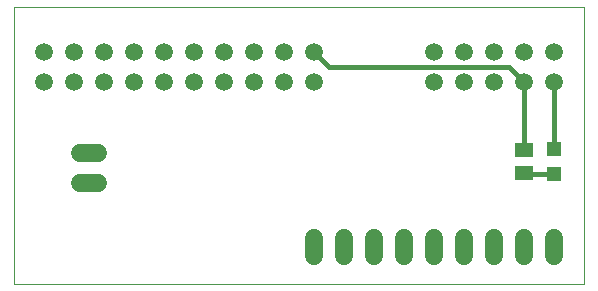
<source format=gtl>
G75*
%MOIN*%
%OFA0B0*%
%FSLAX25Y25*%
%IPPOS*%
%LPD*%
%AMOC8*
5,1,8,0,0,1.08239X$1,22.5*
%
%ADD10C,0.00000*%
%ADD11C,0.05906*%
%ADD12C,0.06000*%
%ADD13R,0.05906X0.05118*%
%ADD14R,0.04724X0.04724*%
%ADD15C,0.01600*%
D10*
X0010770Y0002000D02*
X0010770Y0094500D01*
X0200770Y0094500D01*
X0200770Y0002000D01*
X0010770Y0002000D01*
D11*
X0020770Y0069500D03*
X0030770Y0069500D03*
X0040770Y0069500D03*
X0050770Y0069500D03*
X0060770Y0069500D03*
X0070770Y0069500D03*
X0080770Y0069500D03*
X0090770Y0069500D03*
X0100770Y0069500D03*
X0110770Y0069500D03*
X0110770Y0079500D03*
X0100770Y0079500D03*
X0090770Y0079500D03*
X0080770Y0079500D03*
X0070770Y0079500D03*
X0060770Y0079500D03*
X0050770Y0079500D03*
X0040770Y0079500D03*
X0030770Y0079500D03*
X0020770Y0079500D03*
X0150770Y0079500D03*
X0160770Y0079500D03*
X0170770Y0079500D03*
X0180770Y0079500D03*
X0190770Y0079500D03*
X0190770Y0069500D03*
X0180770Y0069500D03*
X0170770Y0069500D03*
X0160770Y0069500D03*
X0150770Y0069500D03*
D12*
X0038770Y0045750D02*
X0032770Y0045750D01*
X0032770Y0035750D02*
X0038770Y0035750D01*
X0110770Y0017500D02*
X0110770Y0011500D01*
X0120770Y0011500D02*
X0120770Y0017500D01*
X0130770Y0017500D02*
X0130770Y0011500D01*
X0140770Y0011500D02*
X0140770Y0017500D01*
X0150770Y0017500D02*
X0150770Y0011500D01*
X0160770Y0011500D02*
X0160770Y0017500D01*
X0170770Y0017500D02*
X0170770Y0011500D01*
X0180770Y0011500D02*
X0180770Y0017500D01*
X0190770Y0017500D02*
X0190770Y0011500D01*
D13*
X0180770Y0039060D03*
X0180770Y0046540D03*
D14*
X0190770Y0046934D03*
X0190770Y0038666D03*
D15*
X0181164Y0038666D01*
X0180770Y0039060D01*
X0180770Y0046540D02*
X0180770Y0069500D01*
X0175770Y0074500D01*
X0115770Y0074500D01*
X0110770Y0079500D01*
X0190770Y0069500D02*
X0190770Y0046934D01*
M02*

</source>
